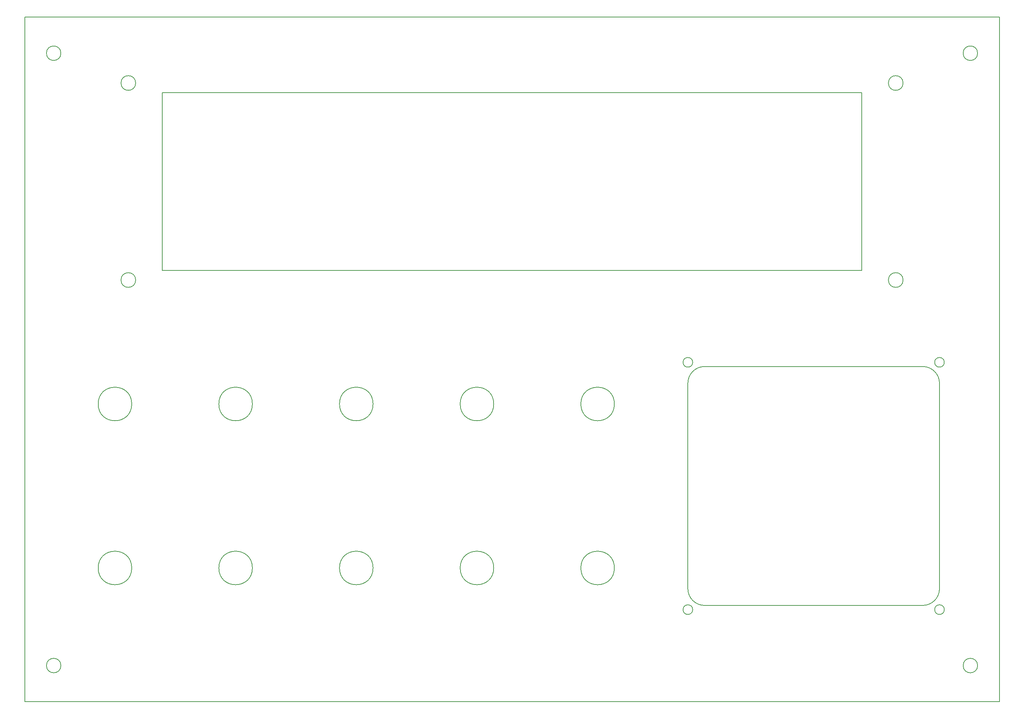
<source format=gbr>
%TF.GenerationSoftware,KiCad,Pcbnew,8.0.2*%
%TF.CreationDate,2024-05-10T04:20:27+02:00*%
%TF.ProjectId,PT-10 Top,50542d31-3020-4546-9f70-2e6b69636164,rev?*%
%TF.SameCoordinates,Original*%
%TF.FileFunction,Profile,NP*%
%FSLAX46Y46*%
G04 Gerber Fmt 4.6, Leading zero omitted, Abs format (unit mm)*
G04 Created by KiCad (PCBNEW 8.0.2) date 2024-05-10 04:20:27*
%MOMM*%
%LPD*%
G01*
G04 APERTURE LIST*
%TA.AperFunction,Profile*%
%ADD10C,0.150000*%
%TD*%
G04 APERTURE END LIST*
D10*
X305050670Y-196066667D02*
X305050670Y-196066669D01*
X202755000Y-187128369D02*
G75*
G02*
X194755000Y-187128369I-4000000J0D01*
G01*
X194755000Y-187128369D02*
G75*
G02*
X202755000Y-187128369I4000000J0D01*
G01*
X310200570Y-197066669D02*
G75*
G02*
X307900570Y-197066669I-1150000J0D01*
G01*
X307900570Y-197066669D02*
G75*
G02*
X310200570Y-197066669I1150000J0D01*
G01*
X290518570Y-73731669D02*
X290518570Y-116131669D01*
X117368570Y-71431669D02*
G75*
G02*
X113868570Y-71431669I-1750000J0D01*
G01*
X113868570Y-71431669D02*
G75*
G02*
X117368570Y-71431669I1750000J0D01*
G01*
X116436470Y-187128369D02*
G75*
G02*
X108436470Y-187128369I-4000000J0D01*
G01*
X108436470Y-187128369D02*
G75*
G02*
X116436470Y-187128369I4000000J0D01*
G01*
X173982170Y-148004969D02*
G75*
G02*
X165982170Y-148004969I-4000000J0D01*
G01*
X165982170Y-148004969D02*
G75*
G02*
X173982170Y-148004969I4000000J0D01*
G01*
X309050570Y-143094953D02*
X309050570Y-192094811D01*
X249050670Y-192066669D02*
X249050670Y-143066669D01*
X310200570Y-138066669D02*
G75*
G02*
X307900570Y-138066669I-1150000J0D01*
G01*
X307900570Y-138066669D02*
G75*
G02*
X310200570Y-138066669I1150000J0D01*
G01*
X202755000Y-148004969D02*
G75*
G02*
X194755000Y-148004969I-4000000J0D01*
G01*
X194755000Y-148004969D02*
G75*
G02*
X202755000Y-148004969I4000000J0D01*
G01*
X99548570Y-64321669D02*
G75*
G02*
X96098570Y-64321669I-1725000J0D01*
G01*
X96098570Y-64321669D02*
G75*
G02*
X99548570Y-64321669I1725000J0D01*
G01*
X305050670Y-139066669D02*
G75*
G02*
X309050631Y-143094953I30J-4000031D01*
G01*
X145209270Y-148004969D02*
G75*
G02*
X137209270Y-148004969I-4000000J0D01*
G01*
X137209270Y-148004969D02*
G75*
G02*
X145209270Y-148004969I4000000J0D01*
G01*
X123718570Y-116131669D02*
X123718570Y-94931669D01*
X309050570Y-192094811D02*
G75*
G02*
X305050670Y-196066669I-3999870J28111D01*
G01*
X116436470Y-148004969D02*
G75*
G02*
X108436470Y-148004969I-4000000J0D01*
G01*
X108436470Y-148004969D02*
G75*
G02*
X116436470Y-148004969I4000000J0D01*
G01*
X318138570Y-210411669D02*
G75*
G02*
X314688570Y-210411669I-1725000J0D01*
G01*
X314688570Y-210411669D02*
G75*
G02*
X318138570Y-210411669I1725000J0D01*
G01*
X117368570Y-118431669D02*
G75*
G02*
X113868570Y-118431669I-1750000J0D01*
G01*
X113868570Y-118431669D02*
G75*
G02*
X117368570Y-118431669I1750000J0D01*
G01*
X253050670Y-139066669D02*
X305050670Y-139066669D01*
X250200670Y-197066669D02*
G75*
G02*
X247900670Y-197066669I-1150000J0D01*
G01*
X247900670Y-197066669D02*
G75*
G02*
X250200670Y-197066669I1150000J0D01*
G01*
X323323570Y-219001669D02*
X90913570Y-219001669D01*
X250200670Y-138066669D02*
G75*
G02*
X247900670Y-138066669I-1150000J0D01*
G01*
X247900670Y-138066669D02*
G75*
G02*
X250200670Y-138066669I1150000J0D01*
G01*
X123718570Y-94931669D02*
X123718570Y-73731669D01*
X300368570Y-118431669D02*
G75*
G02*
X296868570Y-118431669I-1750000J0D01*
G01*
X296868570Y-118431669D02*
G75*
G02*
X300368570Y-118431669I1750000J0D01*
G01*
X173982170Y-187128369D02*
G75*
G02*
X165982170Y-187128369I-4000000J0D01*
G01*
X165982170Y-187128369D02*
G75*
G02*
X173982170Y-187128369I4000000J0D01*
G01*
X123718570Y-73731669D02*
X290518570Y-73731669D01*
X145209270Y-187128369D02*
G75*
G02*
X137209270Y-187128369I-4000000J0D01*
G01*
X137209270Y-187128369D02*
G75*
G02*
X145209270Y-187128369I4000000J0D01*
G01*
X231527870Y-187128369D02*
G75*
G02*
X223527870Y-187128369I-4000000J0D01*
G01*
X223527870Y-187128369D02*
G75*
G02*
X231527870Y-187128369I4000000J0D01*
G01*
X318138570Y-64321669D02*
G75*
G02*
X314688570Y-64321669I-1725000J0D01*
G01*
X314688570Y-64321669D02*
G75*
G02*
X318138570Y-64321669I1725000J0D01*
G01*
X323323570Y-55731669D02*
X323323570Y-219001669D01*
X300368570Y-71431669D02*
G75*
G02*
X296868570Y-71431669I-1750000J0D01*
G01*
X296868570Y-71431669D02*
G75*
G02*
X300368570Y-71431669I1750000J0D01*
G01*
X290518570Y-116131669D02*
X123718570Y-116131669D01*
X231527870Y-148004969D02*
G75*
G02*
X223527870Y-148004969I-4000000J0D01*
G01*
X223527870Y-148004969D02*
G75*
G02*
X231527870Y-148004969I4000000J0D01*
G01*
X99548570Y-210411669D02*
G75*
G02*
X96098570Y-210411669I-1725000J0D01*
G01*
X96098570Y-210411669D02*
G75*
G02*
X99548570Y-210411669I1725000J0D01*
G01*
X90913570Y-55731669D02*
X323323570Y-55731669D01*
X90913570Y-219001669D02*
X90913570Y-55731669D01*
X253050670Y-196066669D02*
G75*
G02*
X249050731Y-192066669I30J3999969D01*
G01*
X249050670Y-143066669D02*
G75*
G02*
X253050670Y-139066670I4000030J-31D01*
G01*
X305050670Y-196066669D02*
X253050670Y-196066669D01*
M02*

</source>
